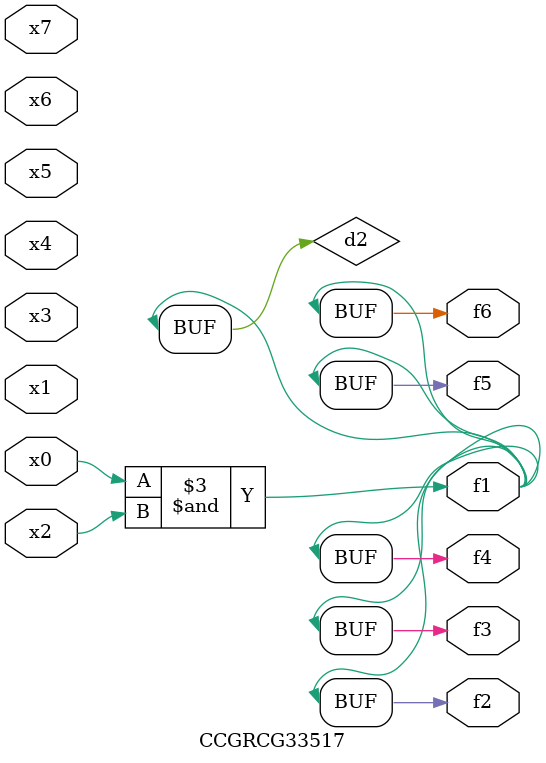
<source format=v>
module CCGRCG33517(
	input x0, x1, x2, x3, x4, x5, x6, x7,
	output f1, f2, f3, f4, f5, f6
);

	wire d1, d2;

	nor (d1, x3, x6);
	and (d2, x0, x2);
	assign f1 = d2;
	assign f2 = d2;
	assign f3 = d2;
	assign f4 = d2;
	assign f5 = d2;
	assign f6 = d2;
endmodule

</source>
